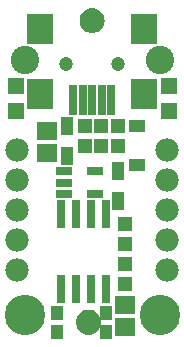
<source format=gbr>
G04 EAGLE Gerber RS-274X export*
G75*
%MOMM*%
%FSLAX34Y34*%
%LPD*%
%INSoldermask Top*%
%IPPOS*%
%AMOC8*
5,1,8,0,0,1.08239X$1,22.5*%
G01*
%ADD10C,2.403200*%
%ADD11R,1.203200X1.303200*%
%ADD12R,1.403200X0.753200*%
%ADD13R,1.703200X1.503200*%
%ADD14R,0.703200X2.403200*%
%ADD15R,1.103200X1.203200*%
%ADD16R,1.403200X1.403200*%
%ADD17R,1.423200X1.113200*%
%ADD18C,3.419200*%
%ADD19C,1.981200*%
%ADD20R,2.203200X2.603200*%
%ADD21R,0.703200X2.511200*%
%ADD22C,1.203200*%
%ADD23R,1.003200X1.553200*%

G36*
X1792Y136840D02*
X1792Y136840D01*
X1835Y136852D01*
X1901Y136859D01*
X3584Y137310D01*
X3625Y137329D01*
X3688Y137348D01*
X5268Y138085D01*
X5305Y138111D01*
X5364Y138140D01*
X6792Y139140D01*
X6823Y139172D01*
X6876Y139211D01*
X8109Y140444D01*
X8134Y140480D01*
X8180Y140528D01*
X9180Y141956D01*
X9198Y141997D01*
X9235Y142052D01*
X9972Y143632D01*
X9983Y143675D01*
X10010Y143736D01*
X10461Y145419D01*
X10463Y145451D01*
X10470Y145472D01*
X10470Y145487D01*
X10480Y145528D01*
X10632Y147265D01*
X10628Y147309D01*
X10632Y147375D01*
X10480Y149112D01*
X10468Y149155D01*
X10461Y149221D01*
X10010Y150904D01*
X9991Y150945D01*
X9972Y151008D01*
X9235Y152588D01*
X9209Y152625D01*
X9180Y152684D01*
X8180Y154112D01*
X8148Y154143D01*
X8109Y154196D01*
X6876Y155429D01*
X6840Y155454D01*
X6792Y155500D01*
X5364Y156500D01*
X5323Y156518D01*
X5268Y156555D01*
X3688Y157292D01*
X3645Y157303D01*
X3584Y157330D01*
X1901Y157781D01*
X1856Y157784D01*
X1792Y157800D01*
X55Y157952D01*
X11Y157948D01*
X-55Y157952D01*
X-1792Y157800D01*
X-1835Y157788D01*
X-1901Y157781D01*
X-3584Y157330D01*
X-3625Y157311D01*
X-3688Y157292D01*
X-5268Y156555D01*
X-5305Y156529D01*
X-5364Y156500D01*
X-6792Y155500D01*
X-6823Y155468D01*
X-6876Y155429D01*
X-8109Y154196D01*
X-8134Y154160D01*
X-8180Y154112D01*
X-9180Y152684D01*
X-9198Y152643D01*
X-9235Y152588D01*
X-9972Y151008D01*
X-9983Y150965D01*
X-10010Y150904D01*
X-10461Y149221D01*
X-10464Y149176D01*
X-10480Y149112D01*
X-10632Y147375D01*
X-10628Y147331D01*
X-10632Y147265D01*
X-10480Y145528D01*
X-10468Y145485D01*
X-10464Y145451D01*
X-10464Y145435D01*
X-10462Y145430D01*
X-10461Y145419D01*
X-10010Y143736D01*
X-9991Y143695D01*
X-9972Y143632D01*
X-9235Y142052D01*
X-9209Y142015D01*
X-9180Y141956D01*
X-8180Y140528D01*
X-8148Y140497D01*
X-8109Y140444D01*
X-6876Y139211D01*
X-6840Y139186D01*
X-6792Y139140D01*
X-5364Y138140D01*
X-5323Y138122D01*
X-5268Y138085D01*
X-3688Y137348D01*
X-3645Y137337D01*
X-3584Y137310D01*
X-1901Y136859D01*
X-1856Y136856D01*
X-1792Y136840D01*
X-55Y136688D01*
X-11Y136692D01*
X55Y136688D01*
X1792Y136840D01*
G37*
G36*
X-1383Y-118430D02*
X-1383Y-118430D01*
X-1340Y-118418D01*
X-1274Y-118411D01*
X409Y-117960D01*
X450Y-117941D01*
X513Y-117922D01*
X2093Y-117185D01*
X2130Y-117159D01*
X2189Y-117130D01*
X3617Y-116130D01*
X3648Y-116098D01*
X3701Y-116059D01*
X4934Y-114826D01*
X4959Y-114790D01*
X5005Y-114742D01*
X6005Y-113314D01*
X6023Y-113273D01*
X6060Y-113218D01*
X6797Y-111638D01*
X6808Y-111595D01*
X6835Y-111534D01*
X7286Y-109851D01*
X7288Y-109819D01*
X7295Y-109798D01*
X7295Y-109783D01*
X7305Y-109742D01*
X7457Y-108005D01*
X7453Y-107961D01*
X7457Y-107895D01*
X7305Y-106158D01*
X7293Y-106115D01*
X7286Y-106049D01*
X6835Y-104366D01*
X6816Y-104325D01*
X6797Y-104262D01*
X6060Y-102682D01*
X6034Y-102645D01*
X6005Y-102586D01*
X5005Y-101158D01*
X4973Y-101127D01*
X4934Y-101074D01*
X3701Y-99841D01*
X3665Y-99816D01*
X3617Y-99770D01*
X2189Y-98770D01*
X2148Y-98752D01*
X2093Y-98715D01*
X513Y-97978D01*
X470Y-97967D01*
X409Y-97940D01*
X-1274Y-97489D01*
X-1319Y-97486D01*
X-1383Y-97470D01*
X-3120Y-97318D01*
X-3164Y-97322D01*
X-3230Y-97318D01*
X-4967Y-97470D01*
X-5010Y-97482D01*
X-5076Y-97489D01*
X-6759Y-97940D01*
X-6800Y-97959D01*
X-6863Y-97978D01*
X-8443Y-98715D01*
X-8480Y-98741D01*
X-8539Y-98770D01*
X-9967Y-99770D01*
X-9998Y-99802D01*
X-10051Y-99841D01*
X-11284Y-101074D01*
X-11309Y-101110D01*
X-11355Y-101158D01*
X-12355Y-102586D01*
X-12373Y-102627D01*
X-12410Y-102682D01*
X-13147Y-104262D01*
X-13158Y-104305D01*
X-13185Y-104366D01*
X-13636Y-106049D01*
X-13639Y-106094D01*
X-13655Y-106158D01*
X-13807Y-107895D01*
X-13803Y-107939D01*
X-13807Y-108005D01*
X-13655Y-109742D01*
X-13643Y-109785D01*
X-13639Y-109819D01*
X-13639Y-109835D01*
X-13637Y-109840D01*
X-13636Y-109851D01*
X-13185Y-111534D01*
X-13166Y-111575D01*
X-13147Y-111638D01*
X-12410Y-113218D01*
X-12384Y-113255D01*
X-12355Y-113314D01*
X-11355Y-114742D01*
X-11323Y-114773D01*
X-11284Y-114826D01*
X-10051Y-116059D01*
X-10015Y-116084D01*
X-9967Y-116130D01*
X-8539Y-117130D01*
X-8498Y-117148D01*
X-8443Y-117185D01*
X-6863Y-117922D01*
X-6820Y-117933D01*
X-6759Y-117960D01*
X-5076Y-118411D01*
X-5031Y-118414D01*
X-4967Y-118430D01*
X-3230Y-118582D01*
X-3186Y-118578D01*
X-3120Y-118582D01*
X-1383Y-118430D01*
G37*
D10*
X-57150Y114300D03*
X57150Y114300D03*
D11*
X7620Y58030D03*
X7620Y41030D03*
X-6350Y58030D03*
X-6350Y41030D03*
D12*
X-23414Y19660D03*
X-23414Y10160D03*
X-23414Y660D03*
X2586Y660D03*
X2586Y19660D03*
D13*
X27940Y-93370D03*
X27940Y-112370D03*
D14*
X11430Y-16720D03*
X-1170Y-16720D03*
X-13870Y-16720D03*
X-26570Y-16720D03*
X11430Y-79800D03*
X-1270Y-79800D03*
X-13970Y-79800D03*
X-26670Y-79800D03*
D11*
X21590Y58030D03*
X21590Y41030D03*
D15*
X11610Y-99950D03*
X11610Y-115950D03*
X-29390Y-115950D03*
X-29390Y-99950D03*
D11*
X27940Y-58810D03*
X27940Y-75810D03*
D16*
X-64770Y91780D03*
X-64770Y70780D03*
D17*
X38100Y25027D03*
X38100Y57777D03*
D13*
X-38100Y34950D03*
X-38100Y53950D03*
D18*
X-57150Y-101600D03*
X57150Y-101600D03*
D19*
X-63500Y-63500D03*
X-63500Y-38100D03*
X-63500Y-12700D03*
X-63500Y12700D03*
X63500Y-63500D03*
X63500Y-38100D03*
X63500Y-12700D03*
X63500Y12700D03*
X63500Y38100D03*
X-63500Y38100D03*
D11*
X27940Y-24520D03*
X27940Y-41520D03*
D16*
X64770Y91780D03*
X64770Y70780D03*
D20*
X44000Y85650D03*
D21*
X16000Y80010D03*
X8000Y80010D03*
X0Y80010D03*
X-8000Y80010D03*
X-16000Y80010D03*
D20*
X44000Y140650D03*
X-44000Y85650D03*
X-44000Y140650D03*
D22*
X22000Y110650D03*
X-22000Y110650D03*
D23*
X-21590Y58420D03*
X-21590Y33020D03*
X22098Y20320D03*
X22098Y-5080D03*
M02*

</source>
